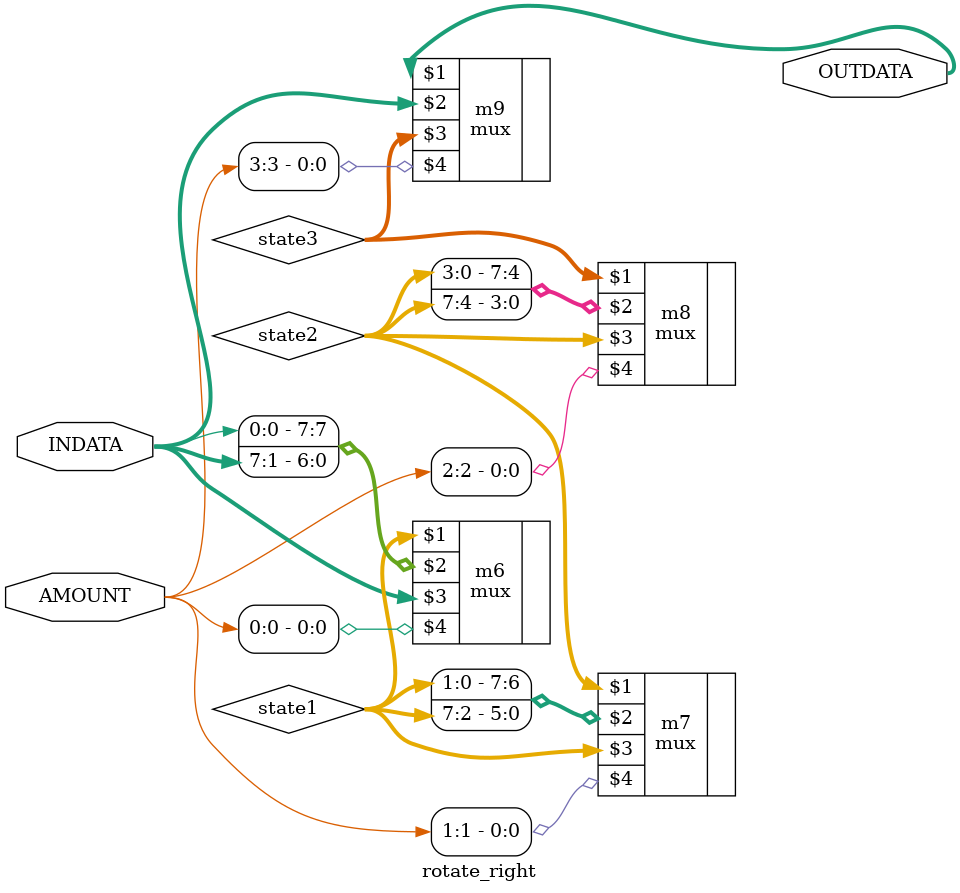
<source format=v>
/*
E/16/070
DE SILVA N.S.C.K.S.
LAB05 PART5 - program counter
*/

`timescale 1ns/100ps

// module rotate right
// rotate right by a given amount
module rotate_right (OUTDATA, INDATA, AMOUNT);
	input [7:0] INDATA ;
	input [3:0] AMOUNT ;
	output  [7:0] OUTDATA ;

	wire [7:0] state1, state2, state3 ;

	// rotate by 0 or 1 bits
	mux m6 (state1, {INDATA[0],INDATA[7:1]}, INDATA, AMOUNT[0] ) ;

	// rotate by 0 or 2 bits
	mux m7 (state2, {state1[1:0],state1[7:2]}, state1, AMOUNT[1] ) ;

	// rotate by 0 or 4 bits
	mux m8 (state3, {state2[3:0],state2[7:4]}, state2, AMOUNT[2] );
	
	// rotate by 0 or 8 bits
	mux m9 (OUTDATA, INDATA, state3, AMOUNT[3] ) ;

endmodule

</source>
